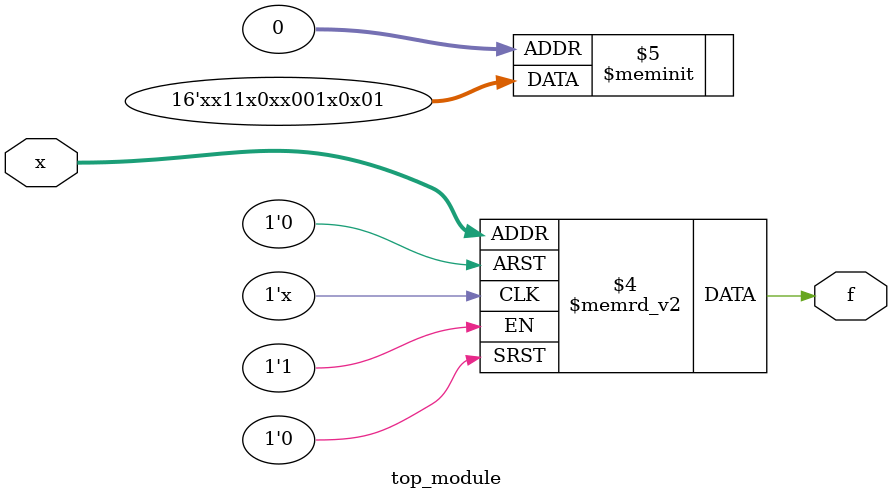
<source format=sv>
module top_module (
	input [4:1] x,
	output logic f
);
    always_comb begin
        case(x)
            4'b0000: f = 1'b1;
            4'b0001: f = 1'b0;
            4'b0010: f = 1'bx;
            4'b0011: f = 1'b0;
            4'b0100: f = 1'bx;
            4'b0101: f = 1'b1;
            4'b0110: f = 1'b0;
            4'b0111: f = 1'b0;
            4'b1000: f = 1'bx;
            4'b1001: f = 1'bx;
            4'b1010: f = 1'b0;
            4'b1011: f = 1'bx;
            4'b1100: f = 1'b1;
            4'b1101: f = 1'b1;
            4'b1110: f = 1'bx;
            4'b1111: f = 1'bx;
            default: f = 1'b0;
        endcase
    end
endmodule

</source>
